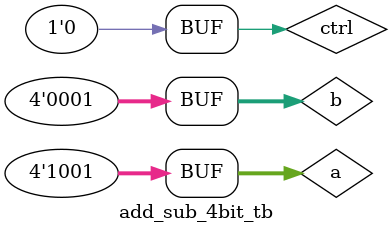
<source format=v>
module full_adder(a, b, cin, sum, cout);
input a, b, cin ;
output sum, cout;
wire w1, w2, w3;
xor g1(w1, a, b);
xor g2(sum, w1, cin);
and g3(w2, a, b);
and g4(w3, w1, cin);
or g5(cout, w2, w3);
endmodule


module add_sub_4bit(a, b, sum, cout, ctrl);
input [3:0] a, b;
input ctrl;
output [3:0] sum;
output cout;
wire [3:0] wb;
wire [2:0] carryw;

xor g1(wb[0], ctrl, b[0]);
xor g2(wb[1], ctrl, b[1]);
xor g3(wb[2], ctrl, b[2]);
xor g4(wb[3], ctrl, b[3]);

full_adder a0(a[0], wb[0], ctrl, sum[0], carryw[0]);
full_adder a1(a[1], wb[1], carryw[0], sum[1], carryw[1]);
full_adder a2(a[2], wb[2], carryw[1], sum[2], carryw[2]);
full_adder a3(a[3], wb[3], carryw[2], sum[3], cout);

endmodule

module add_sub_4bit_tb;
reg [3:0] a, b;
reg ctrl;
wire [3:0] sum;
wire cout;

add_sub_4bit i1(a, b, sum, cout, ctrl);

initial
begin
	a = 4'b0000;
	b = 4'b0000;
	ctrl = 1'b0;
	$monitor("Time:%0t ctrl=%b a=%4b b=%4b sum=%4b cout=%b", $time, ctrl, a, b, sum, cout);
	#5 a = 4'b0001; b=4'b0010; ctrl = 1'b1;
	#5 a = 4'b0111; b=4'b0001; ctrl = 1'b0;
	#5 a = 4'b1111; b=4'b0001; ctrl = 1'b1;
	#5 a = 4'b1001; b=4'b0001; ctrl = 1'b0;
end
endmodule
</source>
